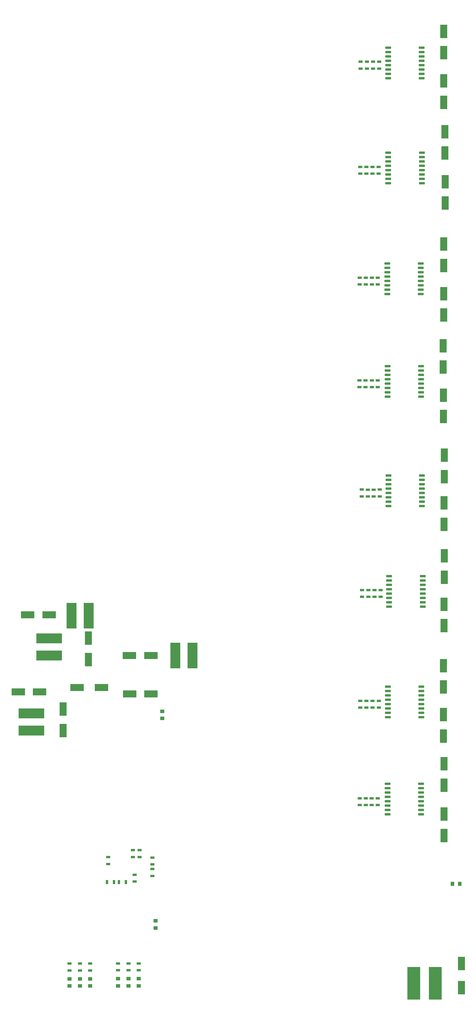
<source format=gbr>
%TF.GenerationSoftware,Altium Limited,Altium Designer,24.10.1 (45)*%
G04 Layer_Color=8421504*
%FSLAX43Y43*%
%MOMM*%
%TF.SameCoordinates,766D9AF5-BA92-4156-BEB6-FD46E2A8267A*%
%TF.FilePolarity,Positive*%
%TF.FileFunction,Paste,Top*%
%TF.Part,Single*%
G01*
G75*
%TA.AperFunction,SMDPad,CuDef*%
%ADD11R,3.000X7.500*%
%ADD12R,7.500X3.000*%
%ADD13R,3.750X9.500*%
%ADD14R,1.100X1.200*%
%ADD15R,1.250X0.800*%
%ADD16R,0.800X1.250*%
%ADD17R,1.200X1.100*%
%ADD18R,4.000X2.000*%
G04:AMPARAMS|DCode=19|XSize=1.65mm|YSize=0.6mm|CornerRadius=0.051mm|HoleSize=0mm|Usage=FLASHONLY|Rotation=0.000|XOffset=0mm|YOffset=0mm|HoleType=Round|Shape=RoundedRectangle|*
%AMROUNDEDRECTD19*
21,1,1.650,0.498,0,0,0.0*
21,1,1.548,0.600,0,0,0.0*
1,1,0.102,0.774,-0.249*
1,1,0.102,-0.774,-0.249*
1,1,0.102,-0.774,0.249*
1,1,0.102,0.774,0.249*
%
%ADD19ROUNDEDRECTD19*%
%ADD20R,2.000X4.000*%
D11*
X27625Y113350D02*
D03*
X22625D02*
D03*
X52880Y101789D02*
D03*
X57880D02*
D03*
D12*
X16120Y101709D02*
D03*
Y106709D02*
D03*
X10960Y79899D02*
D03*
Y84899D02*
D03*
D13*
X122300Y6325D02*
D03*
X128550D02*
D03*
D14*
X135693Y35267D02*
D03*
X133593D02*
D03*
D15*
X42231Y12101D02*
D03*
Y10101D02*
D03*
X39231Y12101D02*
D03*
Y10101D02*
D03*
X36231Y12101D02*
D03*
Y10101D02*
D03*
X40507Y43073D02*
D03*
Y45073D02*
D03*
X33317Y43076D02*
D03*
Y41076D02*
D03*
X40992Y37924D02*
D03*
Y35924D02*
D03*
X46195Y39594D02*
D03*
Y37594D02*
D03*
X46195Y40924D02*
D03*
Y42924D02*
D03*
X42505Y43073D02*
D03*
Y45073D02*
D03*
X25081Y12076D02*
D03*
Y10076D02*
D03*
X28081Y12076D02*
D03*
Y10076D02*
D03*
X22081Y12076D02*
D03*
Y10076D02*
D03*
X108222Y181879D02*
D03*
Y179879D02*
D03*
X110103D02*
D03*
Y181879D02*
D03*
X108315Y211764D02*
D03*
Y209764D02*
D03*
X110095D02*
D03*
Y211764D02*
D03*
X108667Y274603D02*
D03*
Y272603D02*
D03*
X110450D02*
D03*
Y274603D02*
D03*
X108473Y244022D02*
D03*
Y242022D02*
D03*
X110263Y242012D02*
D03*
Y244012D02*
D03*
X111843Y179879D02*
D03*
Y181879D02*
D03*
X106463D02*
D03*
Y179879D02*
D03*
X111820Y209759D02*
D03*
Y211759D02*
D03*
X106540Y211758D02*
D03*
Y209758D02*
D03*
X112220Y272603D02*
D03*
Y274603D02*
D03*
X106847D02*
D03*
Y272603D02*
D03*
X112072Y242012D02*
D03*
Y244012D02*
D03*
X106683D02*
D03*
Y242012D02*
D03*
X108340Y60205D02*
D03*
Y58205D02*
D03*
X110064Y58205D02*
D03*
Y60205D02*
D03*
X108484Y88555D02*
D03*
Y86555D02*
D03*
X110314Y86575D02*
D03*
Y88575D02*
D03*
X108934Y150049D02*
D03*
Y148049D02*
D03*
X110654D02*
D03*
Y150049D02*
D03*
X109065Y120824D02*
D03*
Y118824D02*
D03*
X110868D02*
D03*
Y120824D02*
D03*
X111824Y58205D02*
D03*
Y60205D02*
D03*
X106564Y60205D02*
D03*
Y58205D02*
D03*
X112104Y86555D02*
D03*
Y88555D02*
D03*
X106734D02*
D03*
Y86555D02*
D03*
X112404Y148079D02*
D03*
Y150079D02*
D03*
X107144D02*
D03*
Y148079D02*
D03*
X112645Y118824D02*
D03*
Y120824D02*
D03*
X107238D02*
D03*
Y118824D02*
D03*
D16*
X38453Y35797D02*
D03*
X36453D02*
D03*
X33007Y35798D02*
D03*
X35007D02*
D03*
D17*
X47087Y24508D02*
D03*
Y22408D02*
D03*
X42231Y5551D02*
D03*
Y7651D02*
D03*
X22081Y5526D02*
D03*
Y7626D02*
D03*
X39231Y5551D02*
D03*
Y7651D02*
D03*
X36231Y5551D02*
D03*
Y7651D02*
D03*
X28081Y5526D02*
D03*
Y7626D02*
D03*
X25081Y5526D02*
D03*
Y7626D02*
D03*
X49035Y83435D02*
D03*
Y85535D02*
D03*
D18*
X16100Y113629D02*
D03*
X9877D02*
D03*
X45765Y101759D02*
D03*
X39542D02*
D03*
X7125Y91159D02*
D03*
X13348D02*
D03*
X24260Y92459D02*
D03*
X31360D02*
D03*
X39582Y90534D02*
D03*
X45805D02*
D03*
D19*
X114678Y185959D02*
D03*
Y184689D02*
D03*
Y179609D02*
D03*
Y178339D02*
D03*
X124428Y177069D02*
D03*
Y178339D02*
D03*
Y179609D02*
D03*
Y180879D02*
D03*
Y182149D02*
D03*
Y183419D02*
D03*
Y184689D02*
D03*
Y185959D02*
D03*
X114678Y182149D02*
D03*
Y183419D02*
D03*
Y177069D02*
D03*
Y180879D02*
D03*
X114625Y215839D02*
D03*
Y214569D02*
D03*
Y209489D02*
D03*
Y208219D02*
D03*
X124375Y206949D02*
D03*
Y208219D02*
D03*
Y209489D02*
D03*
Y210759D02*
D03*
Y212029D02*
D03*
Y213299D02*
D03*
Y214569D02*
D03*
Y215839D02*
D03*
X114625Y212029D02*
D03*
Y213299D02*
D03*
Y206949D02*
D03*
Y210759D02*
D03*
X114815Y278678D02*
D03*
Y277408D02*
D03*
Y272328D02*
D03*
Y271058D02*
D03*
X124565Y269788D02*
D03*
Y271058D02*
D03*
Y272328D02*
D03*
Y273598D02*
D03*
Y274868D02*
D03*
Y276138D02*
D03*
Y277408D02*
D03*
Y278678D02*
D03*
X114815Y274868D02*
D03*
Y276138D02*
D03*
Y269788D02*
D03*
Y273598D02*
D03*
X114887Y248113D02*
D03*
Y246843D02*
D03*
Y241763D02*
D03*
Y240493D02*
D03*
X124637Y239223D02*
D03*
Y240493D02*
D03*
Y241763D02*
D03*
Y243033D02*
D03*
Y244303D02*
D03*
Y245573D02*
D03*
Y246843D02*
D03*
Y248113D02*
D03*
X114887Y244303D02*
D03*
Y245573D02*
D03*
Y239223D02*
D03*
Y243033D02*
D03*
X114699Y59310D02*
D03*
Y55500D02*
D03*
Y61850D02*
D03*
Y60580D02*
D03*
X124449Y64390D02*
D03*
Y63120D02*
D03*
Y61850D02*
D03*
Y60580D02*
D03*
Y59310D02*
D03*
Y58040D02*
D03*
Y56770D02*
D03*
Y55500D02*
D03*
X114699Y56770D02*
D03*
Y58040D02*
D03*
Y63120D02*
D03*
Y64390D02*
D03*
X114769Y92660D02*
D03*
Y91390D02*
D03*
Y86310D02*
D03*
Y85040D02*
D03*
X124519Y83770D02*
D03*
Y85040D02*
D03*
Y86310D02*
D03*
Y87580D02*
D03*
Y88850D02*
D03*
Y90120D02*
D03*
Y91390D02*
D03*
Y92660D02*
D03*
X114769Y88850D02*
D03*
Y90120D02*
D03*
Y83770D02*
D03*
Y87580D02*
D03*
X114939Y154154D02*
D03*
Y152884D02*
D03*
Y147804D02*
D03*
Y146534D02*
D03*
X124689Y145264D02*
D03*
Y146534D02*
D03*
Y147804D02*
D03*
Y149074D02*
D03*
Y150344D02*
D03*
Y151614D02*
D03*
Y152884D02*
D03*
Y154154D02*
D03*
X114939Y150344D02*
D03*
Y151614D02*
D03*
Y145264D02*
D03*
Y149074D02*
D03*
X115141Y124849D02*
D03*
Y123579D02*
D03*
Y118499D02*
D03*
Y117229D02*
D03*
X124891Y115959D02*
D03*
Y117229D02*
D03*
Y118499D02*
D03*
Y119769D02*
D03*
Y121039D02*
D03*
Y122309D02*
D03*
Y123579D02*
D03*
Y124849D02*
D03*
X115141Y121039D02*
D03*
Y122309D02*
D03*
Y115959D02*
D03*
Y119769D02*
D03*
D20*
X130933Y177532D02*
D03*
Y171309D02*
D03*
X130873Y185719D02*
D03*
Y191942D02*
D03*
X131000Y207082D02*
D03*
Y200859D02*
D03*
Y221512D02*
D03*
Y215289D02*
D03*
X131050Y269021D02*
D03*
Y262798D02*
D03*
Y283483D02*
D03*
Y277260D02*
D03*
X131472Y239676D02*
D03*
Y233453D02*
D03*
X131322Y254276D02*
D03*
Y248053D02*
D03*
X131074Y55603D02*
D03*
Y49380D02*
D03*
Y64000D02*
D03*
Y70223D02*
D03*
X130954Y84530D02*
D03*
Y78307D02*
D03*
Y98793D02*
D03*
Y92570D02*
D03*
X131104Y146187D02*
D03*
Y139964D02*
D03*
X131194Y160067D02*
D03*
Y153844D02*
D03*
X131126Y116682D02*
D03*
Y110459D02*
D03*
X131236Y130767D02*
D03*
Y124544D02*
D03*
X136175Y5025D02*
D03*
Y12125D02*
D03*
X20210Y79934D02*
D03*
Y86157D02*
D03*
X27550Y106822D02*
D03*
Y100599D02*
D03*
%TF.MD5,0b4843bdc48c36de6027aed091c751a1*%
M02*

</source>
